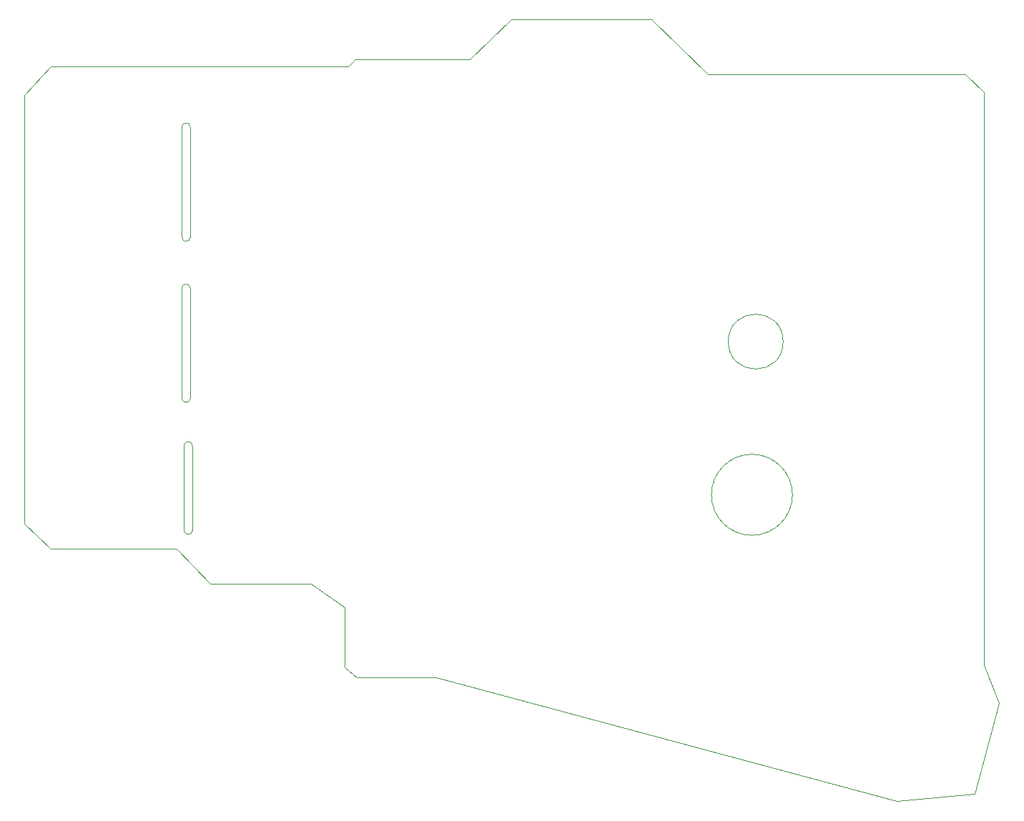
<source format=gbr>
G04 #@! TF.GenerationSoftware,KiCad,Pcbnew,(5.1.4)-1*
G04 #@! TF.CreationDate,2023-06-17T18:30:05-04:00*
G04 #@! TF.ProjectId,ThumbsUp,5468756d-6273-4557-902e-6b696361645f,rev?*
G04 #@! TF.SameCoordinates,Original*
G04 #@! TF.FileFunction,Profile,NP*
%FSLAX46Y46*%
G04 Gerber Fmt 4.6, Leading zero omitted, Abs format (unit mm)*
G04 Created by KiCad (PCBNEW (5.1.4)-1) date 2023-06-17 18:30:05*
%MOMM*%
%LPD*%
G04 APERTURE LIST*
%ADD10C,0.050000*%
G04 APERTURE END LIST*
D10*
X33880000Y-541520000D02*
X33880000Y-554540000D01*
X32880000Y-541520000D02*
G75*
G02X33880000Y-541520000I500000J0D01*
G01*
X32880000Y-541520000D02*
X32880000Y-554540000D01*
X32880000Y-522420000D02*
X32880000Y-535440000D01*
X33880000Y-522420000D02*
X33880000Y-535440000D01*
X33880000Y-535440000D02*
G75*
G02X32880000Y-535440000I-500000J0D01*
G01*
X32880000Y-522420000D02*
G75*
G02X33880000Y-522420000I500000J0D01*
G01*
X33880000Y-554540000D02*
G75*
G02X32880000Y-554540000I-500000J0D01*
G01*
X34130000Y-570180000D02*
G75*
G02X33130000Y-570180000I-500000J0D01*
G01*
X33130000Y-560180000D02*
G75*
G02X34130000Y-560180000I500000J0D01*
G01*
X34130000Y-560180000D02*
X34130000Y-570180000D01*
X33130000Y-560180000D02*
X33130000Y-570180000D01*
X14262789Y-569392952D02*
X14262789Y-518642952D01*
X127844797Y-518290158D02*
X127864214Y-586218116D01*
X52162790Y-579292952D02*
X48162789Y-576542952D01*
X19162789Y-572392952D02*
X17362789Y-572392952D01*
X17362790Y-515242952D02*
X19162790Y-515242952D01*
X105180000Y-565980000D02*
G75*
G03X105180000Y-565980000I-4800000J0D01*
G01*
X104080000Y-547830000D02*
G75*
G03X104080000Y-547830000I-3250000J0D01*
G01*
X52162790Y-579292952D02*
X52162789Y-586392952D01*
X62762790Y-587592952D02*
X62962790Y-587592952D01*
X126784192Y-601430399D02*
X117562789Y-602292952D01*
X126784192Y-601430399D02*
X129662325Y-590668599D01*
X36212790Y-576542952D02*
X32262790Y-572392952D01*
X127864214Y-586218116D02*
X129662325Y-590668599D01*
X66962790Y-514392952D02*
X71912789Y-509642952D01*
X53412789Y-514392952D02*
X52562789Y-515242952D01*
X127844797Y-518290158D02*
X125662789Y-516142952D01*
X88462790Y-509642952D02*
X71912789Y-509642952D01*
X32062789Y-572392952D02*
X32262790Y-572392952D01*
X95162790Y-516142952D02*
X125662789Y-516142952D01*
X14262789Y-569392952D02*
X17362789Y-572392952D01*
X88462790Y-509642952D02*
X95162790Y-516142952D01*
X66962790Y-514392952D02*
X53412789Y-514392952D01*
X32062789Y-572392952D02*
X19162789Y-572392952D01*
X36212790Y-576542952D02*
X48162789Y-576542952D01*
X52162789Y-586392952D02*
X53562790Y-587592952D01*
X62762790Y-587592952D02*
X53562790Y-587592952D01*
X17362790Y-515242952D02*
X14262789Y-518642952D01*
X117562789Y-602292952D02*
X62962790Y-587592952D01*
X19162790Y-515242952D02*
X52562789Y-515242952D01*
M02*

</source>
